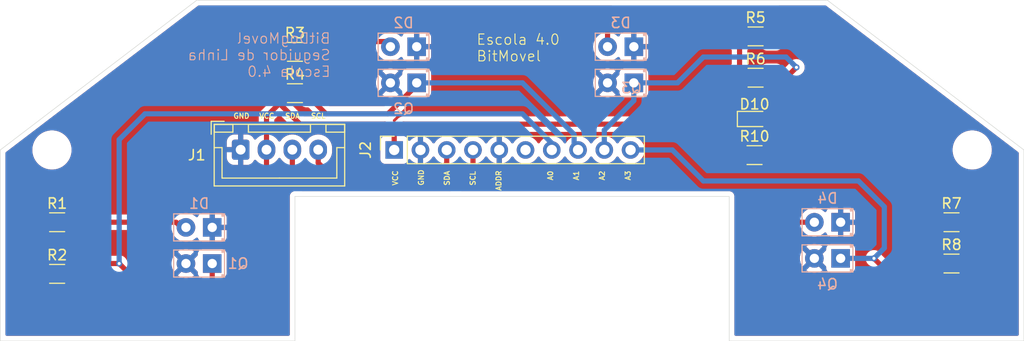
<source format=kicad_pcb>
(kicad_pcb (version 20240108) (generator "pcbnew") (generator_version "8.0")
  (layers (0 "F.Cu" signal) (31 "B.Cu" signal) (34 "B.Paste" user) (35 "F.Paste" user) (36 "B.SilkS" user "B.Silkscreen") (37 "F.SilkS" user "F.Silkscreen") (38 "B.Mask" user) (39 "F.Mask" user) (44 "Edge.Cuts" user))
  (net 0 "")
  (net 1 "VCC")
  (net 2 "GND")
  (net 3 "Net-(D1-A)")
  (net 4 "Net-(D10-K)")
  (net 5 "sdl")
  (net 6 "sda")
  (net 7 "out01")
  (net 8 "out02")
  (net 9 "out03")
  (net 10 "out04")
  (net 11 "Net-(D2-A)")
  (net 12 "Net-(D3-A)")
  (net 13 "Net-(D4-A)")
  (footprint "" (layer "F.Cu") (at 193.5 52)
    (property "Reference" "" (at 2.5 -0.5 0) (layer "F.SilkS") (effects (font (size 1.27 1.27))))
    (property "Value" "")
    (pad "" np_thru_hole circle (at 0 0) (size 3.3 3.3) (drill 3.3) (layers "F&B.Cu" "*.Mask"))
  )
  (footprint "LED_SMD:LED_0603_1608Metric_Pad1.05x0.95mm_HandSolder" (layer "F.Cu") (at 172.45 49)
    (property "Reference" "D10" (at 0 -1.43 0) (layer "F.SilkS"))
    (property "Value" "LED")
    (fp_line (start -1.66 -0.735) (end -1.66 0.735) (stroke (width 0.12)) (layer "F.SilkS"))
    (fp_line (start -1.66 0.735) (end 0.8 0.735) (stroke (width 0.12)) (layer "F.SilkS"))
    (fp_line (start 0.8 -0.735) (end -1.66 -0.735) (stroke (width 0.12)) (layer "F.SilkS"))
    (pad "1" smd roundrect (at -0.875 0) (size 1.05 0.95) (layers "F.Cu" "F.Paste" "F.Mask") (net 4 "Net-(D10-K)"))
    (pad "2" smd roundrect (at 0.875 0) (size 1.05 0.95) (layers "F.Cu" "F.Paste" "F.Mask") (net 1 "VCC"))
  )
  (footprint "Resistor_SMD:R_1206_3216Metric_Pad1.30x1.75mm_HandSolder" (layer "F.Cu") (at 128 46.5)
    (property "Reference" "R4" (at 0 -1.82 0) (layer "F.SilkS"))
    (property "Value" "10000R")
    (fp_line (start -0.727064 -0.91) (end 0.727064 -0.91) (stroke (width 0.12)) (layer "F.SilkS"))
    (fp_line (start -0.727064 0.91) (end 0.727064 0.91) (stroke (width 0.12)) (layer "F.SilkS"))
    (pad "1" smd roundrect (at -1.55 0) (size 1.3 1.75) (layers "F.Cu" "F.Paste" "F.Mask") (roundrect_rratio 0.192308) (net 1 "VCC"))
    (pad "2" smd roundrect (at 1.55 0) (size 1.3 1.75) (layers "F.Cu" "F.Paste" "F.Mask") (roundrect_rratio 0.192308) (net 8 "out02"))
  )
  (footprint "Connector_JST:JST_XH_B4B-XH-A_1x04_P2.50mm_Vertical" (layer "F.Cu") (at 122.75 51.975)
    (property "Reference" "J1" (at -4.25 0.525 0) (layer "F.SilkS"))
    (property "Value" "Conn_01x04_Pin")
    (fp_line (start -2.85 -2.75) (end -2.85 -1.5) (stroke (width 0.12)) (layer "F.SilkS"))
    (fp_line (start -2.56 -2.46) (end -2.56 3.51) (stroke (width 0.12)) (layer "F.SilkS"))
    (fp_line (start -2.56 3.51) (end 10.06 3.51) (stroke (width 0.12)) (layer "F.SilkS"))
    (fp_line (start -2.55 -2.45) (end -2.55 -1.7) (stroke (width 0.12)) (layer "F.SilkS"))
    (fp_line (start -2.55 -1.7) (end -0.75 -1.7) (stroke (width 0.12)) (layer "F.SilkS"))
    (fp_line (start -2.55 -0.2) (end -1.8 -0.2) (stroke (width 0.12)) (layer "F.SilkS"))
    (fp_line (start -1.8 -0.2) (end -1.8 2.75) (stroke (width 0.12)) (layer "F.SilkS"))
    (fp_line (start -1.8 2.75) (end 3.75 2.75) (stroke (width 0.12)) (layer "F.SilkS"))
    (fp_line (start -1.6 -2.75) (end -2.85 -2.75) (stroke (width 0.12)) (layer "F.SilkS"))
    (fp_line (start -0.75 -2.45) (end -2.55 -2.45) (stroke (width 0.12)) (layer "F.SilkS"))
    (fp_line (start -0.75 -1.7) (end -0.75 -2.45) (stroke (width 0.12)) (layer "F.SilkS"))
    (fp_line (start 0.75 -2.45) (end 0.75 -1.7) (stroke (width 0.12)) (layer "F.SilkS"))
    (fp_line (start 0.75 -1.7) (end 6.75 -1.7) (stroke (width 0.12)) (layer "F.SilkS"))
    (fp_line (start 6.75 -2.45) (end 0.75 -2.45) (stroke (width 0.12)) (layer "F.SilkS"))
    (fp_line (start 6.75 -1.7) (end 6.75 -2.45) (stroke (width 0.12)) (layer "F.SilkS"))
    (fp_line (start 8.25 -2.45) (end 8.25 -1.7) (stroke (width 0.12)) (layer "F.SilkS"))
    (fp_line (start 8.25 -1.7) (end 10.05 -1.7) (stroke (width 0.12)) (layer "F.SilkS"))
    (fp_line (start 9.3 -0.2) (end 9.3 2.75) (stroke (width 0.12)) (layer "F.SilkS"))
    (fp_line (start 9.3 2.75) (end 3.75 2.75) (stroke (width 0.12)) (layer "F.SilkS"))
    (fp_line (start 10.05 -2.45) (end 8.25 -2.45) (stroke (width 0.12)) (layer "F.SilkS"))
    (fp_line (start 10.05 -1.7) (end 10.05 -2.45) (stroke (width 0.12)) (layer "F.SilkS"))
    (fp_line (start 10.05 -0.2) (end 9.3 -0.2) (stroke (width 0.12)) (layer "F.SilkS"))
    (fp_line (start 10.06 -2.46) (end -2.56 -2.46) (stroke (width 0.12)) (layer "F.SilkS"))
    (fp_line (start 10.06 3.51) (end 10.06 -2.46) (stroke (width 0.12)) (layer "F.SilkS"))
    (pad "1" thru_hole roundrect (at 0 0) (size 1.7 1.95) (drill 0.95) (layers "*.Cu" "*.Mask") (roundrect_rratio 0.147059) (net 2 "GND"))
    (pad "2" thru_hole oval (at 2.5 0) (size 1.7 1.95) (drill 0.95) (layers "*.Cu" "*.Mask") (net 1 "VCC"))
    (pad "3" thru_hole oval (at 5 0) (size 1.7 1.95) (drill 0.95) (layers "*.Cu" "*.Mask") (net 6 "sda"))
    (pad "4" thru_hole oval (at 7.5 0) (size 1.7 1.95) (drill 0.95) (layers "*.Cu" "*.Mask") (net 5 "sdl"))
  )
  (footprint "Resistor_SMD:R_1206_3216Metric_Pad1.30x1.75mm_HandSolder" (layer "F.Cu") (at 172.45 52.5)
    (property "Reference" "R10" (at 0 -1.82 0) (layer "F.SilkS"))
    (property "Value" "1000R")
    (fp_line (start -0.727064 -0.91) (end 0.727064 -0.91) (stroke (width 0.12)) (layer "F.SilkS"))
    (fp_line (start -0.727064 0.91) (end 0.727064 0.91) (stroke (width 0.12)) (layer "F.SilkS"))
    (pad "1" smd roundrect (at -1.55 0) (size 1.3 1.75) (layers "F.Cu" "F.Paste" "F.Mask") (roundrect_rratio 0.192308) (net 4 "Net-(D10-K)"))
    (pad "2" smd roundrect (at 1.55 0) (size 1.3 1.75) (layers "F.Cu" "F.Paste" "F.Mask") (roundrect_rratio 0.192308) (net 2 "GND"))
  )
  (footprint "Resistor_SMD:R_1206_3216Metric_Pad1.30x1.75mm_HandSolder" (layer "F.Cu") (at 105 59)
    (property "Reference" "R1" (at 0 -1.82 0) (layer "F.SilkS"))
    (property "Value" "300R")
    (fp_line (start -0.727064 -0.91) (end 0.727064 -0.91) (stroke (width 0.12)) (layer "F.SilkS"))
    (fp_line (start -0.727064 0.91) (end 0.727064 0.91) (stroke (width 0.12)) (layer "F.SilkS"))
    (pad "1" smd roundrect (at -1.55 0) (size 1.3 1.75) (layers "F.Cu" "F.Paste" "F.Mask") (roundrect_rratio 0.192308) (net 1 "VCC"))
    (pad "2" smd roundrect (at 1.55 0) (size 1.3 1.75) (layers "F.Cu" "F.Paste" "F.Mask") (roundrect_rratio 0.192308) (net 3 "Net-(D1-A)"))
  )
  (footprint "" (layer "F.Cu") (at 104.5 52)
    (property "Reference" "" (at 0 0 0) (layer "F.SilkS") (effects (font (size 1.27 1.27))))
    (property "Value" "")
    (pad "" np_thru_hole circle (at 0 0) (size 3.3 3.3) (drill 3.3) (layers "F&B.Cu" "*.Mask"))
  )
  (footprint "Resistor_SMD:R_1206_3216Metric_Pad1.30x1.75mm_HandSolder" (layer "F.Cu") (at 128 42.5)
    (property "Reference" "R3" (at 0 -1.82 0) (layer "F.SilkS"))
    (property "Value" "300R")
    (fp_line (start -0.727064 -0.91) (end 0.727064 -0.91) (stroke (width 0.12)) (layer "F.SilkS"))
    (fp_line (start -0.727064 0.91) (end 0.727064 0.91) (stroke (width 0.12)) (layer "F.SilkS"))
    (pad "1" smd roundrect (at -1.55 0) (size 1.3 1.75) (layers "F.Cu" "F.Paste" "F.Mask") (roundrect_rratio 0.192308) (net 1 "VCC"))
    (pad "2" smd roundrect (at 1.55 0) (size 1.3 1.75) (layers "F.Cu" "F.Paste" "F.Mask") (roundrect_rratio 0.192308) (net 11 "Net-(D2-A)"))
  )
  (footprint "Resistor_SMD:R_1206_3216Metric_Pad1.30x1.75mm_HandSolder" (layer "F.Cu") (at 191.5 63)
    (property "Reference" "R8" (at 0 -1.82 0) (layer "F.SilkS"))
    (property "Value" "10000R")
    (fp_line (start -0.727064 -0.91) (end 0.727064 -0.91) (stroke (width 0.12)) (layer "F.SilkS"))
    (fp_line (start -0.727064 0.91) (end 0.727064 0.91) (stroke (width 0.12)) (layer "F.SilkS"))
    (pad "1" smd roundrect (at -1.55 0) (size 1.3 1.75) (layers "F.Cu" "F.Paste" "F.Mask") (roundrect_rratio 0.192308) (net 1 "VCC"))
    (pad "2" smd roundrect (at 1.55 0) (size 1.3 1.75) (layers "F.Cu" "F.Paste" "F.Mask") (roundrect_rratio 0.192308) (net 10 "out04"))
  )
  (footprint "Resistor_SMD:R_1206_3216Metric_Pad1.30x1.75mm_HandSolder" (layer "F.Cu") (at 191.5 59)
    (property "Reference" "R7" (at 0 -1.82 0) (layer "F.SilkS"))
    (property "Value" "300R")
    (fp_line (start -0.727064 -0.91) (end 0.727064 -0.91) (stroke (width 0.12)) (layer "F.SilkS"))
    (fp_line (start -0.727064 0.91) (end 0.727064 0.91) (stroke (width 0.12)) (layer "F.SilkS"))
    (pad "1" smd roundrect (at -1.55 0) (size 1.3 1.75) (layers "F.Cu" "F.Paste" "F.Mask") (roundrect_rratio 0.192308) (net 1 "VCC"))
    (pad "2" smd roundrect (at 1.55 0) (size 1.3 1.75) (layers "F.Cu" "F.Paste" "F.Mask") (roundrect_rratio 0.192308) (net 13 "Net-(D4-A)"))
  )
  (footprint "Connector_PinSocket_2.54mm:PinSocket_1x10_P2.54mm_Vertical" (layer "F.Cu") (at 137.6 52 90)
    (property "Reference" "J2" (at 0 -2.77 90) (layer "F.SilkS"))
    (property "Value" "Conn_01x10_Socket")
    (fp_line (start 1.33 -1.33) (end 1.33 0) (stroke (width 0.12)) (layer "F.SilkS"))
    (fp_line (start 0 -1.33) (end 1.33 -1.33) (stroke (width 0.12)) (layer "F.SilkS"))
    (fp_line (start 1.33 1.27) (end 1.33 24.19) (stroke (width 0.12)) (layer "F.SilkS"))
    (fp_line (start -1.33 1.27) (end 1.33 1.27) (stroke (width 0.12)) (layer "F.SilkS"))
    (fp_line (start -1.33 1.27) (end -1.33 24.19) (stroke (width 0.12)) (layer "F.SilkS"))
    (fp_line (start -1.33 24.19) (end 1.33 24.19) (stroke (width 0.12)) (layer "F.SilkS"))
    (pad "1" thru_hole rect (at 0 0 90) (size 1.7 1.7) (drill 1) (layers "*.Cu" "*.Mask") (net 1 "VCC"))
    (pad "2" thru_hole oval (at 0 2.54 90) (size 1.7 1.7) (drill 1) (layers "*.Cu" "*.Mask") (net 2 "GND"))
    (pad "3" thru_hole oval (at 0 5.08 90) (size 1.7 1.7) (drill 1) (layers "*.Cu" "*.Mask") (net 5 "sdl"))
    (pad "4" thru_hole oval (at 0 7.62 90) (size 1.7 1.7) (drill 1) (layers "*.Cu" "*.Mask") (net 6 "sda"))
    (pad "5" thru_hole oval (at 0 10.16 90) (size 1.7 1.7) (drill 1) (layers "*.Cu" "*.Mask") (net 2 "GND"))
    (pad "6" thru_hole oval (at 0 12.7 90) (size 1.7 1.7) (drill 1) (layers "*.Cu" "*.Mask"))
    (pad "7" thru_hole oval (at 0 15.24 90) (size 1.7 1.7) (drill 1) (layers "*.Cu" "*.Mask") (net 7 "out01"))
    (pad "8" thru_hole oval (at 0 17.78 90) (size 1.7 1.7) (drill 1) (layers "*.Cu" "*.Mask") (net 8 "out02"))
    (pad "9" thru_hole oval (at 0 20.32 90) (size 1.7 1.7) (drill 1) (layers "*.Cu" "*.Mask") (net 9 "out03"))
    (pad "10" thru_hole oval (at 0 22.86 90) (size 1.7 1.7) (drill 1) (layers "*.Cu" "*.Mask") (net 10 "out04"))
  )
  (footprint "Resistor_SMD:R_1206_3216Metric_Pad1.30x1.75mm_HandSolder" (layer "F.Cu") (at 172.55 41)
    (property "Reference" "R5" (at 0 -1.82 0) (layer "F.SilkS"))
    (property "Value" "300R")
    (fp_line (start -0.727064 -0.91) (end 0.727064 -0.91) (stroke (width 0.12)) (layer "F.SilkS"))
    (fp_line (start -0.727064 0.91) (end 0.727064 0.91) (stroke (width 0.12)) (layer "F.SilkS"))
    (pad "1" smd roundrect (at -1.55 0) (size 1.3 1.75) (layers "F.Cu" "F.Paste" "F.Mask") (roundrect_rratio 0.192308) (net 1 "VCC"))
    (pad "2" smd roundrect (at 1.55 0) (size 1.3 1.75) (layers "F.Cu" "F.Paste" "F.Mask") (roundrect_rratio 0.192308) (net 12 "Net-(D3-A)"))
  )
  (footprint "Resistor_SMD:R_1206_3216Metric_Pad1.30x1.75mm_HandSolder" (layer "F.Cu") (at 172.55 45)
    (property "Reference" "R6" (at 0 -1.82 0) (layer "F.SilkS"))
    (property "Value" "10000R")
    (fp_line (start -0.727064 -0.91) (end 0.727064 -0.91) (stroke (width 0.12)) (layer "F.SilkS"))
    (fp_line (start -0.727064 0.91) (end 0.727064 0.91) (stroke (width 0.12)) (layer "F.SilkS"))
    (pad "1" smd roundrect (at -1.55 0) (size 1.3 1.75) (layers "F.Cu" "F.Paste" "F.Mask") (roundrect_rratio 0.192308) (net 1 "VCC"))
    (pad "2" smd roundrect (at 1.55 0) (size 1.3 1.75) (layers "F.Cu" "F.Paste" "F.Mask") (roundrect_rratio 0.192308) (net 9 "out03"))
  )
  (footprint "Resistor_SMD:R_1206_3216Metric_Pad1.30x1.75mm_HandSolder" (layer "F.Cu") (at 105 64)
    (property "Reference" "R2" (at 0 -1.82 0) (layer "F.SilkS"))
    (property "Value" "10000R")
    (fp_line (start -0.727064 -0.91) (end 0.727064 -0.91) (stroke (width 0.12)) (layer "F.SilkS"))
    (fp_line (start -0.727064 0.91) (end 0.727064 0.91) (stroke (width 0.12)) (layer "F.SilkS"))
    (pad "1" smd roundrect (at -1.55 0) (size 1.3 1.75) (layers "F.Cu" "F.Paste" "F.Mask") (roundrect_rratio 0.192308) (net 1 "VCC"))
    (pad "2" smd roundrect (at 1.55 0) (size 1.3 1.75) (layers "F.Cu" "F.Paste" "F.Mask") (roundrect_rratio 0.192308) (net 7 "out01"))
  )
  (footprint "LED_THT:LED_D2.0mm_W4.8mm_H2.5mm_FlatTop" (layer "B.Cu") (at 120 63 180)
    (property "Reference" "Q1" (at -2.5 0 0) (layer "B.SilkS") (effects (justify mirror)))
    (property "Value" "fototransistor")
    (fp_line (start 3.73 1.31) (end -1.19 1.31) (stroke (width 0.12)) (layer "B.SilkS"))
    (fp_line (start 3.73 -1.31) (end 3.73 1.31) (stroke (width 0.12)) (layer "B.SilkS"))
    (fp_line (start 3.73 -1.31) (end -1.19 -1.31) (stroke (width 0.12)) (layer "B.SilkS"))
    (fp_line (start -0.95 1.08) (end -0.95 1.31) (stroke (width 0.12)) (layer "B.SilkS"))
    (fp_line (start -0.95 -1.31) (end -0.95 -1.08) (stroke (width 0.12)) (layer "B.SilkS"))
    (fp_line (start -1.07 1.08) (end -1.07 1.31) (stroke (width 0.12)) (layer "B.SilkS"))
    (fp_line (start -1.07 -1.31) (end -1.07 -1.08) (stroke (width 0.12)) (layer "B.SilkS"))
    (fp_line (start -1.19 -1.31) (end -1.19 1.31) (stroke (width 0.12)) (layer "B.SilkS"))
    (pad "1" thru_hole rect (at 0 0 180) (size 1.8 1.8) (drill 0.9) (layers "*.Cu" "*.Mask") (net 7 "out01"))
    (pad "2" thru_hole circle (at 2.54 0 180) (size 1.8 1.8) (drill 0.9) (layers "*.Cu" "*.Mask") (net 2 "GND"))
  )
  (footprint "LED_THT:LED_D2.0mm_W4.8mm_H2.5mm_FlatTop" (layer "B.Cu") (at 139.775 42 180)
    (property "Reference" "D2" (at 1.27 2.31 0) (layer "B.SilkS") (effects (justify mirror)))
    (property "Value" "Emissor")
    (fp_line (start 3.73 1.31) (end -1.19 1.31) (stroke (width 0.12)) (layer "B.SilkS"))
    (fp_line (start 3.73 -1.31) (end 3.73 1.31) (stroke (width 0.12)) (layer "B.SilkS"))
    (fp_line (start 3.73 -1.31) (end -1.19 -1.31) (stroke (width 0.12)) (layer "B.SilkS"))
    (fp_line (start -0.95 1.08) (end -0.95 1.31) (stroke (width 0.12)) (layer "B.SilkS"))
    (fp_line (start -0.95 -1.31) (end -0.95 -1.08) (stroke (width 0.12)) (layer "B.SilkS"))
    (fp_line (start -1.07 1.08) (end -1.07 1.31) (stroke (width 0.12)) (layer "B.SilkS"))
    (fp_line (start -1.07 -1.31) (end -1.07 -1.08) (stroke (width 0.12)) (layer "B.SilkS"))
    (fp_line (start -1.19 -1.31) (end -1.19 1.31) (stroke (width 0.12)) (layer "B.SilkS"))
    (pad "1" thru_hole rect (at 0 0 180) (size 1.8 1.8) (drill 0.9) (layers "*.Cu" "*.Mask") (net 2 "GND"))
    (pad "2" thru_hole circle (at 2.54 0 180) (size 1.8 1.8) (drill 0.9) (layers "*.Cu" "*.Mask") (net 11 "Net-(D2-A)"))
  )
  (footprint "LED_THT:LED_D2.0mm_W4.8mm_H2.5mm_FlatTop" (layer "B.Cu") (at 120 59.5 180)
    (property "Reference" "D1" (at 1.27 2.31 0) (layer "B.SilkS") (effects (justify mirror)))
    (property "Value" "Emissor")
    (fp_line (start 3.73 1.31) (end -1.19 1.31) (stroke (width 0.12)) (layer "B.SilkS"))
    (fp_line (start 3.73 -1.31) (end 3.73 1.31) (stroke (width 0.12)) (layer "B.SilkS"))
    (fp_line (start 3.73 -1.31) (end -1.19 -1.31) (stroke (width 0.12)) (layer "B.SilkS"))
    (fp_line (start -0.95 1.08) (end -0.95 1.31) (stroke (width 0.12)) (layer "B.SilkS"))
    (fp_line (start -0.95 -1.31) (end -0.95 -1.08) (stroke (width 0.12)) (layer "B.SilkS"))
    (fp_line (start -1.07 1.08) (end -1.07 1.31) (stroke (width 0.12)) (layer "B.SilkS"))
    (fp_line (start -1.07 -1.31) (end -1.07 -1.08) (stroke (width 0.12)) (layer "B.SilkS"))
    (fp_line (start -1.19 -1.31) (end -1.19 1.31) (stroke (width 0.12)) (layer "B.SilkS"))
    (pad "1" thru_hole rect (at 0 0 180) (size 1.8 1.8) (drill 0.9) (layers "*.Cu" "*.Mask") (net 2 "GND"))
    (pad "2" thru_hole circle (at 2.54 0 180) (size 1.8 1.8) (drill 0.9) (layers "*.Cu" "*.Mask") (net 3 "Net-(D1-A)"))
  )
  (footprint "LED_THT:LED_D2.0mm_W4.8mm_H2.5mm_FlatTop" (layer "B.Cu") (at 160.775 42 180)
    (property "Reference" "D3" (at 1.27 2.31 0) (layer "B.SilkS") (effects (justify mirror)))
    (property "Value" "Emissor")
    (fp_line (start 3.73 1.31) (end -1.19 1.31) (stroke (width 0.12)) (layer "B.SilkS"))
    (fp_line (start 3.73 -1.31) (end 3.73 1.31) (stroke (width 0.12)) (layer "B.SilkS"))
    (fp_line (start 3.73 -1.31) (end -1.19 -1.31) (stroke (width 0.12)) (layer "B.SilkS"))
    (fp_line (start -0.95 1.08) (end -0.95 1.31) (stroke (width 0.12)) (layer "B.SilkS"))
    (fp_line (start -0.95 -1.31) (end -0.95 -1.08) (stroke (width 0.12)) (layer "B.SilkS"))
    (fp_line (start -1.07 1.08) (end -1.07 1.31) (stroke (width 0.12)) (layer "B.SilkS"))
    (fp_line (start -1.07 -1.31) (end -1.07 -1.08) (stroke (width 0.12)) (layer "B.SilkS"))
    (fp_line (start -1.19 -1.31) (end -1.19 1.31) (stroke (width 0.12)) (layer "B.SilkS"))
    (pad "1" thru_hole rect (at 0 0 180) (size 1.8 1.8) (drill 0.9) (layers "*.Cu" "*.Mask") (net 2 "GND"))
    (pad "2" thru_hole circle (at 2.54 0 180) (size 1.8 1.8) (drill 0.9) (layers "*.Cu" "*.Mask") (net 12 "Net-(D3-A)"))
  )
  (footprint "LED_THT:LED_D2.0mm_W4.8mm_H2.5mm_FlatTop" (layer "B.Cu") (at 180.775 62.5 180)
    (property "Reference" "Q4" (at 1.27 -2.5 0) (layer "B.SilkS") (effects (justify mirror)))
    (property "Value" "fototransistor")
    (fp_line (start 3.73 1.31) (end -1.19 1.31) (stroke (width 0.12)) (layer "B.SilkS"))
    (fp_line (start 3.73 -1.31) (end 3.73 1.31) (stroke (width 0.12)) (layer "B.SilkS"))
    (fp_line (start 3.73 -1.31) (end -1.19 -1.31) (stroke (width 0.12)) (layer "B.SilkS"))
    (fp_line (start -0.95 1.08) (end -0.95 1.31) (stroke (width 0.12)) (layer "B.SilkS"))
    (fp_line (start -0.95 -1.31) (end -0.95 -1.08) (stroke (width 0.12)) (layer "B.SilkS"))
    (fp_line (start -1.07 1.08) (end -1.07 1.31) (stroke (width 0.12)) (layer "B.SilkS"))
    (fp_line (start -1.07 -1.31) (end -1.07 -1.08) (stroke (width 0.12)) (layer "B.SilkS"))
    (fp_line (start -1.19 -1.31) (end -1.19 1.31) (stroke (width 0.12)) (layer "B.SilkS"))
    (pad "1" thru_hole rect (at 0 0 180) (size 1.8 1.8) (drill 0.9) (layers "*.Cu" "*.Mask") (net 10 "out04"))
    (pad "2" thru_hole circle (at 2.54 0 180) (size 1.8 1.8) (drill 0.9) (layers "*.Cu" "*.Mask") (net 2 "GND"))
  )
  (footprint "LED_THT:LED_D2.0mm_W4.8mm_H2.5mm_FlatTop" (layer "B.Cu") (at 160.775 45.5 180)
    (property "Reference" "Q3" (at 0.235 -0.5 0) (layer "B.SilkS") (effects (justify mirror)))
    (property "Value" "fototransistor")
    (fp_line (start 3.73 1.31) (end -1.19 1.31) (stroke (width 0.12)) (layer "B.SilkS"))
    (fp_line (start 3.73 -1.31) (end 3.73 1.31) (stroke (width 0.12)) (layer "B.SilkS"))
    (fp_line (start 3.73 -1.31) (end -1.19 -1.31) (stroke (width 0.12)) (layer "B.SilkS"))
    (fp_line (start -0.95 1.08) (end -0.95 1.31) (stroke (width 0.12)) (layer "B.SilkS"))
    (fp_line (start -0.95 -1.31) (end -0.95 -1.08) (stroke (width 0.12)) (layer "B.SilkS"))
    (fp_line (start -1.07 1.08) (end -1.07 1.31) (stroke (width 0.12)) (layer "B.SilkS"))
    (fp_line (start -1.07 -1.31) (end -1.07 -1.08) (stroke (width 0.12)) (layer "B.SilkS"))
    (fp_line (start -1.19 -1.31) (end -1.19 1.31) (stroke (width 0.12)) (layer "B.SilkS"))
    (pad "1" thru_hole rect (at 0 0 180) (size 1.8 1.8) (drill 0.9) (layers "*.Cu" "*.Mask") (net 9 "out03"))
    (pad "2" thru_hole circle (at 2.54 0 180) (size 1.8 1.8) (drill 0.9) (layers "*.Cu" "*.Mask") (net 2 "GND"))
  )
  (footprint "LED_THT:LED_D2.0mm_W4.8mm_H2.5mm_FlatTop" (layer "B.Cu") (at 139.775 45.5 180)
    (property "Reference" "Q2" (at 1.27 -2.5 0) (layer "B.SilkS") (effects (justify mirror)))
    (property "Value" "fototransistor")
    (fp_line (start 3.73 1.31) (end -1.19 1.31) (stroke (width 0.12)) (layer "B.SilkS"))
    (fp_line (start 3.73 -1.31) (end 3.73 1.31) (stroke (width 0.12)) (layer "B.SilkS"))
    (fp_line (start 3.73 -1.31) (end -1.19 -1.31) (stroke (width 0.12)) (layer "B.SilkS"))
    (fp_line (start -0.95 1.08) (end -0.95 1.31) (stroke (width 0.12)) (layer "B.SilkS"))
    (fp_line (start -0.95 -1.31) (end -0.95 -1.08) (stroke (width 0.12)) (layer "B.SilkS"))
    (fp_line (start -1.07 1.08) (end -1.07 1.31) (stroke (width 0.12)) (layer "B.SilkS"))
    (fp_line (start -1.07 -1.31) (end -1.07 -1.08) (stroke (width 0.12)) (layer "B.SilkS"))
    (fp_line (start -1.19 -1.31) (end -1.19 1.31) (stroke (width 0.12)) (layer "B.SilkS"))
    (pad "1" thru_hole rect (at 0 0 180) (size 1.8 1.8) (drill 0.9) (layers "*.Cu" "*.Mask") (net 8 "out02"))
    (pad "2" thru_hole circle (at 2.54 0 180) (size 1.8 1.8) (drill 0.9) (layers "*.Cu" "*.Mask") (net 2 "GND"))
  )
  (footprint "LED_THT:LED_D2.0mm_W4.8mm_H2.5mm_FlatTop" (layer "B.Cu") (at 180.775 59 180)
    (property "Reference" "D4" (at 1.27 2.31 0) (layer "B.SilkS") (effects (justify mirror)))
    (property "Value" "Emissor")
    (fp_line (start 3.73 1.31) (end -1.19 1.31) (stroke (width 0.12)) (layer "B.SilkS"))
    (fp_line (start 3.73 -1.31) (end 3.73 1.31) (stroke (width 0.12)) (layer "B.SilkS"))
    (fp_line (start 3.73 -1.31) (end -1.19 -1.31) (stroke (width 0.12)) (layer "B.SilkS"))
    (fp_line (start -0.95 1.08) (end -0.95 1.31) (stroke (width 0.12)) (layer "B.SilkS"))
    (fp_line (start -0.95 -1.31) (end -0.95 -1.08) (stroke (width 0.12)) (layer "B.SilkS"))
    (fp_line (start -1.07 1.08) (end -1.07 1.31) (stroke (width 0.12)) (layer "B.SilkS"))
    (fp_line (start -1.07 -1.31) (end -1.07 -1.08) (stroke (width 0.12)) (layer "B.SilkS"))
    (fp_line (start -1.19 -1.31) (end -1.19 1.31) (stroke (width 0.12)) (layer "B.SilkS"))
    (pad "1" thru_hole rect (at 0 0 180) (size 1.8 1.8) (drill 0.9) (layers "*.Cu" "*.Mask") (net 2 "GND"))
    (pad "2" thru_hole circle (at 2.54 0 180) (size 1.8 1.8) (drill 0.9) (layers "*.Cu" "*.Mask") (net 13 "Net-(D4-A)"))
  )
  (gr_line (start 170 70.5) (end 170 56.5) (stroke (width 0.05)) (layer "Edge.Cuts"))
  (gr_line (start 99.5 70.5) (end 99.5 52) (stroke (width 0.05)) (layer "Edge.Cuts"))
  (gr_line (start 128 56.5) (end 128 70.5) (stroke (width 0.05)) (layer "Edge.Cuts"))
  (gr_line (start 128 70.5) (end 99.5 70.5) (stroke (width 0.05)) (layer "Edge.Cuts"))
  (gr_line (start 118.5 37.5) (end 99.5 52) (stroke (width 0.05)) (layer "Edge.Cuts"))
  (gr_line (start 170 56.5) (end 128 56.5) (stroke (width 0.05)) (layer "Edge.Cuts"))
  (gr_line (start 198.5 70.5) (end 170 70.5) (stroke (width 0.05)) (layer "Edge.Cuts"))
  (gr_line (start 198.5 52) (end 179.5 37.5) (stroke (width 0.05)) (layer "Edge.Cuts"))
  (gr_line (start 179.5 37.5) (end 118.5 37.5) (stroke (width 0.05)) (layer "Edge.Cuts"))
  (gr_line (start 198.5 70.5) (end 198.5 52) (stroke (width 0.05)) (layer "Edge.Cuts"))
  (gr_text "BitDogMovel \nSeguidor de Linha \nEscola 4.0" (at 131.5 45 0) (layer "B.SilkS") (effects (font (size 1 1) (thickness 0.1)) (justify left bottom mirror)))
  (gr_text "SCL" (at 145.5 55.5 90) (layer "F.SilkS") (effects (font (size 0.5 0.5) (thickness 0.1)) (justify left bottom)))
  (gr_text "SDA" (at 143 55.5 90) (layer "F.SilkS") (effects (font (size 0.5 0.5) (thickness 0.1)) (justify left bottom)))
  (gr_text "SCL" (at 129.5 49 0) (layer "F.SilkS") (effects (font (size 0.5 0.5) (thickness 0.1)) (justify left bottom)))
  (gr_text "SDA" (at 127 49 0) (layer "F.SilkS") (effects (font (size 0.5 0.5) (thickness 0.1)) (justify left bottom)))
  (gr_text "A2" (at 158 55 90) (layer "F.SilkS") (effects (font (size 0.5 0.5) (thickness 0.1)) (justify left bottom)))
  (gr_text "A3" (at 160.5 55 90) (layer "F.SilkS") (effects (font (size 0.5 0.5) (thickness 0.1)) (justify left bottom)))
  (gr_text "A1" (at 155.5 55 90) (layer "F.SilkS") (effects (font (size 0.5 0.5) (thickness 0.1)) (justify left bottom)))
  (gr_text "Escola 4.0\nBitMovel" (at 145.5 43.5 0) (layer "F.SilkS") (effects (font (size 1 1) (thickness 0.1)) (justify left bottom)))
  (gr_text "VCC" (at 124.5 49 0) (layer "F.SilkS") (effects (font (size 0.5 0.5) (thickness 0.1)) (justify left bottom)))
  (gr_text "ADDR" (at 148 56 90) (layer "F.SilkS") (effects (font (size 0.5 0.5) (thickness 0.1)) (justify left bottom)))
  (gr_text "GND" (at 140.5 55.5 90) (layer "F.SilkS") (effects (font (size 0.5 0.5) (thickness 0.1)) (justify left bottom)))
  (gr_text "VCC" (at 138 55.5 90) (layer "F.SilkS") (effects (font (size 0.5 0.5) (thickness 0.1)) (justify left bottom)))
  (gr_text "A0" (at 153 55 90) (layer "F.SilkS") (effects (font (size 0.5 0.5) (thickness 0.1)) (justify left bottom)))
  (gr_text "GND" (at 122 49 0) (layer "F.SilkS") (effects (font (size 0.5 0.5) (thickness 0.1)) (justify left bottom)))
  (segment (start 185.5 49) (end 190 53.5) (width 0.5) (layer "F.Cu") (net 1))
  (segment (start 173.325 49) (end 185.5 49) (width 0.5) (layer "F.Cu") (net 1))
  (segment (start 105 67.5) (end 103.45 65.95) (width 0.5) (layer "F.Cu") (net 1))
  (segment (start 167 49.5) (end 168.5 48) (width 0.5) (layer "F.Cu") (net 1))
  (segment (start 125.25 48.75) (end 126.45 47.55) (width 0.5) (layer "F.Cu") (net 1))
  (segment (start 126.45 46.5) (end 126.45 42.5) (width 0.5) (layer "F.Cu") (net 1))
  (segment (start 190 55) (end 189.95 55.05) (width 0.5) (layer "F.Cu") (net 1))
  (segment (start 126.45 47.55) (end 126.45 46.5) (width 0.5) (layer "F.Cu") (net 1))
  (segment (start 123.5 67.5) (end 105 67.5) (width 0.5) (layer "F.Cu") (net 1))
  (segment (start 136.7 49.5) (end 137.6 50.4) (width 0.5) (layer "F.Cu") (net 1))
  (segment (start 103.45 59) (end 103.45 64) (width 0.5) (layer "F.Cu") (net 1))
  (segment (start 128.5 49.5) (end 136.7 49.5) (width 0.5) (layer "F.Cu") (net 1))
  (segment (start 189.95 63) (end 189.95 59) (width 0.5) (layer "F.Cu") (net 1))
  (segment (start 190 53.5) (end 190 55) (width 0.5) (layer "F.Cu") (net 1))
  (segment (start 137.6 52) (end 137.6 50.4) (width 0.5) (layer "F.Cu") (net 1))
  (segment (start 103.45 65.95) (end 103.45 64) (width 0.5) (layer "F.Cu") (net 1))
  (segment (start 125.25 51.975) (end 125.25 48.75) (width 0.5) (layer "F.Cu") (net 1))
  (segment (start 189.95 55.05) (end 189.95 59) (width 0.5) (layer "F.Cu") (net 1))
  (segment (start 169 45) (end 171 45) (width 0.5) (layer "F.Cu") (net 1))
  (segment (start 125.25 51.975) (end 125.25 65.75) (width 0.5) (layer "F.Cu") (net 1))
  (segment (start 173.325 47.325) (end 171 45) (width 0.5) (layer "F.Cu") (net 1))
  (segment (start 137.6 50.4) (end 138.5 49.5) (width 0.5) (layer "F.Cu") (net 1))
  (segment (start 173.325 49) (end 173.325 47.325) (width 0.5) (layer "F.Cu") (net 1))
  (segment (start 126.45 47.45) (end 128.5 49.5) (width 0.5) (layer "F.Cu") (net 1))
  (segment (start 171 45) (end 171 41) (width 0.5) (layer "F.Cu") (net 1))
  (segment (start 138.5 49.5) (end 167 49.5) (width 0.5) (layer "F.Cu") (net 1))
  (segment (start 168.5 45.5) (end 169 45) (width 0.5) (layer "F.Cu") (net 1))
  (segment (start 126.45 46.5) (end 126.45 47.45) (width 0.5) (layer "F.Cu") (net 1))
  (segment (start 125.25 65.75) (end 123.5 67.5) (width 0.5) (layer "F.Cu") (net 1))
  (segment (start 168.5 48) (end 168.5 45.5) (width 0.5) (layer "F.Cu") (net 1))
  (segment (start 117 62.54) (end 117.46 63) (width 0.5) (layer "F.Cu") (net 2))
  (segment (start 117.46 59.5) (end 117 59.5) (width 0.5) (layer "F.Cu") (net 3))
  (segment (start 116.5 59) (end 106.55 59) (width 0.5) (layer "F.Cu") (net 3))
  (segment (start 116.96 59) (end 117.46 59.5) (width 0.5) (layer "F.Cu") (net 3))
  (segment (start 117 59.5) (end 116.5 59) (width 0.5) (layer "F.Cu") (net 3))
  (segment (start 170.9 52.5) (end 170.9 49.675) (width 0.5) (layer "F.Cu") (net 4))
  (segment (start 170.9 49.675) (end 171.575 49) (width 0.5) (layer "F.Cu") (net 4))
  (segment (start 141.5 54.5) (end 131.5 54.5) (width 0.5) (layer "F.Cu") (net 5))
  (segment (start 130.25 53.25) (end 130.25 51.975) (width 0.5) (layer "F.Cu") (net 5))
  (segment (start 142.68 53.32) (end 141.5 54.5) (width 0.5) (layer "F.Cu") (net 5))
  (segment (start 142.68 52) (end 142.68 53.32) (width 0.5) (layer "F.Cu") (net 5))
  (segment (start 131.5 54.5) (end 130.25 53.25) (width 0.5) (layer "F.Cu") (net 5))
  (segment (start 145.22 53.53) (end 143 55.75) (width 0.5) (layer "F.Cu") (net 6))
  (segment (start 127.75 54.75) (end 127.75 51.975) (width 0.5) (layer "F.Cu") (net 6))
  (segment (start 145.22 52) (end 145.22 53.53) (width 0.5) (layer "F.Cu") (net 6))
  (segment (start 143 55.75) (end 128.75 55.75) (width 0.5) (layer "F.Cu") (net 6))
  (segment (start 128.75 55.75) (end 127.75 54.75) (width 0.5) (layer "F.Cu") (net 6))
  (segment (start 111 63) (end 107.55 63) (width 0.5) (layer "F.Cu") (net 7))
  (segment (start 120 65.5) (end 120 63) (width 0.5) (layer "F.Cu") (net 7))
  (segment (start 113.5 65.5) (end 120 65.5) (width 0.5) (layer "F.Cu") (net 7))
  (segment (start 111 63) (end 113.5 65.5) (width 0.5) (layer "F.Cu") (net 7))
  (segment (start 107.55 63) (end 106.55 64) (width 0.5) (layer "F.Cu") (net 7))
  (via (at 111 63) (size 0.6) (drill 0.3) (layers "F.Cu" "B.Cu") (net 7))
  (segment (start 113.5 48.5) (end 150 48.5) (width 0.5) (layer "B.Cu") (net 7))
  (segment (start 111 51) (end 113.5 48.5) (width 0.5) (layer "B.Cu") (net 7))
  (segment (start 111 63) (end 111 51) (width 0.5) (layer "B.Cu") (net 7))
  (segment (start 152.84 51.34) (end 152.84 52) (width 0.5) (layer "B.Cu") (net 7))
  (segment (start 150 48.5) (end 152.84 51.34) (width 0.5) (layer "B.Cu") (net 7))
  (segment (start 139.775 45.5) (end 139.775 45.725) (width 0.5) (layer "F.Cu") (net 8))
  (segment (start 137 48.5) (end 131 48.5) (width 0.5) (layer "F.Cu") (net 8))
  (segment (start 139.775 45.725) (end 137 48.5) (width 0.5) (layer "F.Cu") (net 8))
  (segment (start 129.55 46.5) (end 129.55 47.05) (width 0.5) (layer "F.Cu") (net 8))
  (segment (start 129.55 47.05) (end 131 48.5) (width 0.5) (layer "F.Cu") (net 8))
  (segment (start 155 50.5) (end 155 51.62) (width 0.5) (layer "B.Cu") (net 8))
  (segment (start 139.775 45.5) (end 150 45.5) (width 0.5) (layer "B.Cu") (net 8))
  (segment (start 155 51.62) (end 155.38 52) (width 0.5) (layer "B.Cu") (net 8))
  (segment (start 150 45.5) (end 155 50.5) (width 0.5) (layer "B.Cu") (net 8))
  (segment (start 176.5 44) (end 175.5 45) (width 0.5) (layer "F.Cu") (net 9))
  (segment (start 175.5 45) (end 174.1 45) (width 0.5) (layer "F.Cu") (net 9))
  (via (at 176.5 44) (size 0.6) (drill 0.3) (layers "F.Cu" "B.Cu") (net 9))
  (segment (start 175.5 43) (end 167.5 43) (width 0.5) (layer "B.Cu") (net 9))
  (segment (start 176.5 44) (end 175.5 43) (width 0.5) (layer "B.Cu") (net 9))
  (segment (start 157.92 50.08) (end 157.92 52) (width 0.5) (layer "B.Cu") (net 9))
  (segment (start 160.775 45.5) (end 160.775 47.225) (width 0.5) (layer "B.Cu") (net 9))
  (segment (start 160.775 47.225) (end 157.92 50.08) (width 0.5) (layer "B.Cu") (net 9))
  (segment (start 165 45.5) (end 160.775 45.5) (width 0.5) (layer "B.Cu") (net 9))
  (segment (start 167.5 43) (end 165 45.5) (width 0.5) (layer "B.Cu") (net 9))
  (segment (start 191.55 66.5) (end 188 66.5) (width 0.5) (layer "F.Cu") (net 10))
  (segment (start 188 66.5) (end 184 62.5) (width 0.5) (layer "F.Cu") (net 10))
  (segment (start 193.05 63) (end 193.05 65) (width 0.5) (layer "F.Cu") (net 10))
  (segment (start 193.05 65) (end 191.55 66.5) (width 0.5) (layer "F.Cu") (net 10))
  (via (at 184 62.5) (size 0.6) (drill 0.3) (layers "F.Cu" "B.Cu") (net 10))
  (segment (start 164.5 52) (end 160.46 52) (width 0.5) (layer "B.Cu") (net 10))
  (segment (start 180.775 62.5) (end 184 62.5) (width 0.5) (layer "B.Cu") (net 10))
  (segment (start 184 62.5) (end 185 61.5) (width 0.5) (layer "B.Cu") (net 10))
  (segment (start 167.5 55) (end 164.5 52) (width 0.5) (layer "B.Cu") (net 10))
  (segment (start 185 61.5) (end 185 57.5) (width 0.5) (layer "B.Cu") (net 10))
  (segment (start 185 57.5) (end 182.5 55) (width 0.5) (layer "B.Cu") (net 10))
  (segment (start 182.5 55) (end 167.5 55) (width 0.5) (layer "B.Cu") (net 10))
  (segment (start 129.55 42.5) (end 129.55 42.45) (width 0.5) (layer "F.Cu") (net 11))
  (segment (start 136.735 41.5) (end 137.235 42) (width 0.5) (layer "F.Cu") (net 11))
  (segment (start 129.55 42.45) (end 130.5 41.5) (width 0.5) (layer "F.Cu") (net 11))
  (segment (start 130.5 41.5) (end 136.735 41.5) (width 0.5) (layer "F.Cu") (net 11))
  (segment (start 174 38.5) (end 174.1 38.6) (width 0.5) (layer "F.Cu") (net 12))
  (segment (start 158.235 39.765) (end 159.5 38.5) (width 0.5) (layer "F.Cu") (net 12))
  (segment (start 174.1 38.6) (end 174.1 41) (width 0.5) (layer "F.Cu") (net 12))
  (segment (start 158.235 42) (end 158.235 39.765) (width 0.5) (layer "F.Cu") (net 12))
  (segment (start 159.5 38.5) (end 174 38.5) (width 0.5) (layer "F.Cu") (net 12))
  (segment (start 194.5 59) (end 193.05 59) (width 0.5) (layer "F.Cu") (net 13))
  (segment (start 178.235 59) (end 175 59) (width 0.5) (layer "F.Cu") (net 13))
  (segment (start 173.5 60.5) (end 173.5 67) (width 0.5) (layer "F.Cu") (net 13))
  (segment (start 195.5 67.5) (end 195.5 60) (width 0.5) (layer "F.Cu") (net 13))
  (segment (start 195.5 60) (end 194.5 59) (width 0.5) (layer "F.Cu") (net 13))
  (segment (start 173.5 67) (end 175 68.5) (width 0.5) (layer "F.Cu") (net 13))
  (segment (start 175 59) (end 173.5 60.5) (width 0.5) (layer "F.Cu") (net 13))
  (segment (start 175 68.5) (end 194.5 68.5) (width 0.5) (layer "F.Cu") (net 13))
  (segment (start 194.5 68.5) (end 195.5 67.5) (width 0.5) (layer "F.Cu") (net 13))
  (zone (net 2) (net_name "GND") (layer "F.Cu") (connect_pads (clearance 0.5)) (min_thickness 0.25) (fill yes (thermal_gap 0.5) (thermal_bridge_width 0.5))
    (polygon (pts (xy 198.5 70.5) (xy 198.5 52) (xy 179.5 37.5) (xy 118.5 37.5) (xy 99.5 52) (xy 99.5 70.5) (xy 128 70.5) (xy 128 56.5) (xy 170 56.5) (xy 170 70.5)))
  )
  (zone (net 2) (net_name "GND") (layer "B.Cu") (priority 1) (connect_pads (clearance 0.5)) (min_thickness 0.25) (fill yes (thermal_gap 0.5) (thermal_bridge_width 0.5))
    (polygon (pts (xy 99.5 70.5) (xy 99.5 52) (xy 118.5 37.5) (xy 179.5 37.5) (xy 198.5 52) (xy 198.5 70.5) (xy 170 70.5) (xy 170 56.5) (xy 128 56.5) (xy 128 70.5)))
  )
)
</source>
